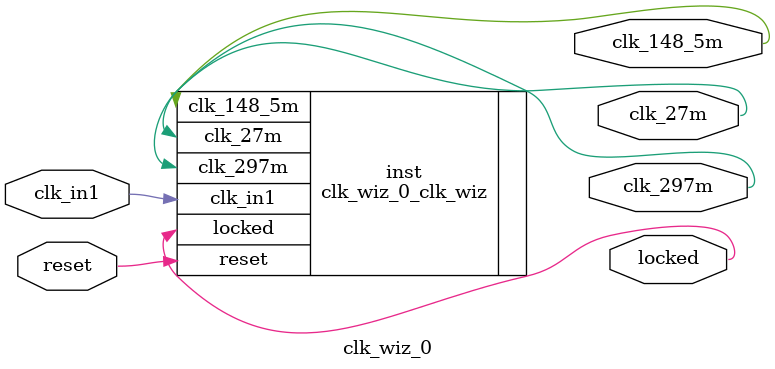
<source format=v>


`timescale 1ps/1ps

(* CORE_GENERATION_INFO = "clk_wiz_0,clk_wiz_v6_0_13_0_0,{component_name=clk_wiz_0,use_phase_alignment=false,use_min_o_jitter=false,use_max_i_jitter=false,use_dyn_phase_shift=false,use_inclk_switchover=false,use_dyn_reconfig=false,enable_axi=0,feedback_source=FDBK_AUTO,PRIMITIVE=MMCM,num_out_clk=3,clkin1_period=5.000,clkin2_period=10.0,use_power_down=false,use_reset=true,use_locked=true,use_inclk_stopped=false,feedback_type=SINGLE,CLOCK_MGR_TYPE=NA,manual_override=false}" *)

module clk_wiz_0 
 (
  // Clock out ports
  output        clk_148_5m,
  output        clk_297m,
  output        clk_27m,
  // Status and control signals
  input         reset,
  output        locked,
 // Clock in ports
  input         clk_in1
 );

  clk_wiz_0_clk_wiz inst
  (
  // Clock out ports  
  .clk_148_5m(clk_148_5m),
  .clk_297m(clk_297m),
  .clk_27m(clk_27m),
  // Status and control signals               
  .reset(reset), 
  .locked(locked),
 // Clock in ports
  .clk_in1(clk_in1)
  );

endmodule

</source>
